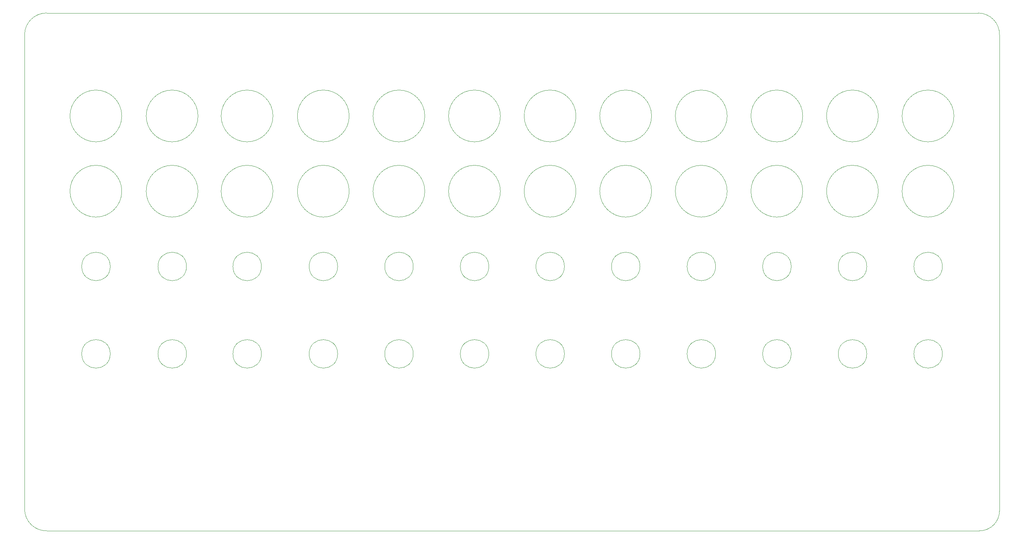
<source format=gbr>
%TF.GenerationSoftware,KiCad,Pcbnew,7.0.1-0*%
%TF.CreationDate,2023-05-06T11:58:54+02:00*%
%TF.ProjectId,video_patch_bay_top,76696465-6f5f-4706-9174-63685f626179,rev?*%
%TF.SameCoordinates,Original*%
%TF.FileFunction,Profile,NP*%
%FSLAX46Y46*%
G04 Gerber Fmt 4.6, Leading zero omitted, Abs format (unit mm)*
G04 Created by KiCad (PCBNEW 7.0.1-0) date 2023-05-06 11:58:54*
%MOMM*%
%LPD*%
G01*
G04 APERTURE LIST*
%TA.AperFunction,Profile*%
%ADD10C,0.100000*%
%TD*%
G04 APERTURE END LIST*
D10*
X243475000Y-91991000D02*
G75*
G03*
X243475000Y-91991000I-3300000J0D01*
G01*
X225975000Y-91991000D02*
G75*
G03*
X225975000Y-91991000I-3300000J0D01*
G01*
X208475000Y-91991000D02*
G75*
G03*
X208475000Y-91991000I-3300000J0D01*
G01*
X190975000Y-91991000D02*
G75*
G03*
X190975000Y-91991000I-3300000J0D01*
G01*
X173475000Y-91991000D02*
G75*
G03*
X173475000Y-91991000I-3300000J0D01*
G01*
X155975000Y-91991000D02*
G75*
G03*
X155975000Y-91991000I-3300000J0D01*
G01*
X138475000Y-91991000D02*
G75*
G03*
X138475000Y-91991000I-3300000J0D01*
G01*
X120975000Y-91991000D02*
G75*
G03*
X120975000Y-91991000I-3300000J0D01*
G01*
X103475000Y-91991000D02*
G75*
G03*
X103475000Y-91991000I-3300000J0D01*
G01*
X85825000Y-91991000D02*
G75*
G03*
X85825000Y-91991000I-3300000J0D01*
G01*
X68475000Y-91991000D02*
G75*
G03*
X68475000Y-91991000I-3300000J0D01*
G01*
X50825000Y-91991000D02*
G75*
G03*
X50825000Y-91991000I-3300000J0D01*
G01*
X243475000Y-71736000D02*
G75*
G03*
X243475000Y-71736000I-3300000J0D01*
G01*
X225975000Y-71736000D02*
G75*
G03*
X225975000Y-71736000I-3300000J0D01*
G01*
X208475000Y-71736000D02*
G75*
G03*
X208475000Y-71736000I-3300000J0D01*
G01*
X190975000Y-71736000D02*
G75*
G03*
X190975000Y-71736000I-3300000J0D01*
G01*
X173475000Y-71736000D02*
G75*
G03*
X173475000Y-71736000I-3300000J0D01*
G01*
X155975000Y-71736000D02*
G75*
G03*
X155975000Y-71736000I-3300000J0D01*
G01*
X138475000Y-71736000D02*
G75*
G03*
X138475000Y-71736000I-3300000J0D01*
G01*
X120975000Y-71736000D02*
G75*
G03*
X120975000Y-71736000I-3300000J0D01*
G01*
X103475000Y-71736000D02*
G75*
G03*
X103475000Y-71736000I-3300000J0D01*
G01*
X85825000Y-71736000D02*
G75*
G03*
X85825000Y-71736000I-3300000J0D01*
G01*
X68475000Y-71736000D02*
G75*
G03*
X68475000Y-71736000I-3300000J0D01*
G01*
X50825000Y-71736000D02*
G75*
G03*
X50825000Y-71736000I-3300000J0D01*
G01*
X246150000Y-54291068D02*
G75*
G03*
X246150000Y-54291068I-6000000J0D01*
G01*
X228650000Y-54291068D02*
G75*
G03*
X228650000Y-54291068I-6000000J0D01*
G01*
X211150000Y-54291068D02*
G75*
G03*
X211150000Y-54291068I-6000000J0D01*
G01*
X193650000Y-54291068D02*
G75*
G03*
X193650000Y-54291068I-6000000J0D01*
G01*
X176150000Y-54291068D02*
G75*
G03*
X176150000Y-54291068I-6000000J0D01*
G01*
X158650000Y-54291068D02*
G75*
G03*
X158650000Y-54291068I-6000000J0D01*
G01*
X141150000Y-54291068D02*
G75*
G03*
X141150000Y-54291068I-6000000J0D01*
G01*
X123650000Y-54291068D02*
G75*
G03*
X123650000Y-54291068I-6000000J0D01*
G01*
X106150000Y-54291068D02*
G75*
G03*
X106150000Y-54291068I-6000000J0D01*
G01*
X88500000Y-54291068D02*
G75*
G03*
X88500000Y-54291068I-6000000J0D01*
G01*
X71150000Y-54291068D02*
G75*
G03*
X71150000Y-54291068I-6000000J0D01*
G01*
X53500000Y-54291068D02*
G75*
G03*
X53500000Y-54291068I-6000000J0D01*
G01*
X246150000Y-36855534D02*
G75*
G03*
X246150000Y-36855534I-6000000J0D01*
G01*
X228650000Y-36855534D02*
G75*
G03*
X228650000Y-36855534I-6000000J0D01*
G01*
X211150000Y-36855534D02*
G75*
G03*
X211150000Y-36855534I-6000000J0D01*
G01*
X193650000Y-36855534D02*
G75*
G03*
X193650000Y-36855534I-6000000J0D01*
G01*
X176150000Y-36855534D02*
G75*
G03*
X176150000Y-36855534I-6000000J0D01*
G01*
X158650000Y-36855534D02*
G75*
G03*
X158650000Y-36855534I-6000000J0D01*
G01*
X141150000Y-36855534D02*
G75*
G03*
X141150000Y-36855534I-6000000J0D01*
G01*
X123650000Y-36855534D02*
G75*
G03*
X123650000Y-36855534I-6000000J0D01*
G01*
X106150000Y-36855534D02*
G75*
G03*
X106150000Y-36855534I-6000000J0D01*
G01*
X88500000Y-36855534D02*
G75*
G03*
X88500000Y-36855534I-6000000J0D01*
G01*
X71150000Y-36855534D02*
G75*
G03*
X71150000Y-36855534I-6000000J0D01*
G01*
X53500000Y-36855534D02*
G75*
G03*
X53500000Y-36855534I-6000000J0D01*
G01*
X36100000Y-13000241D02*
G75*
G03*
X31000001Y-18000000I-50120J-5049879D01*
G01*
X31000000Y-128019994D02*
G75*
G03*
X36100000Y-133000000I5040000J59994D01*
G01*
X256700000Y-18034000D02*
G75*
G03*
X251794000Y-13000000I-4970000J64000D01*
G01*
X251800000Y-13000000D02*
X36100000Y-13000000D01*
X31000000Y-18000000D02*
X31000000Y-128016000D01*
X256700000Y-128400000D02*
X256700000Y-18034000D01*
X36100000Y-133000000D02*
X252017299Y-133000000D01*
X252017299Y-132999998D02*
G75*
G03*
X256699999Y-128400000I41401J4641298D01*
G01*
M02*

</source>
